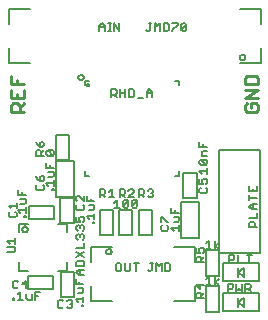
<source format=gto>
G75*
%MOIN*%
%OFA0B0*%
%FSLAX24Y24*%
%IPPOS*%
%LPD*%
%AMOC8*
5,1,8,0,0,1.08239X$1,22.5*
%
%ADD10C,0.0090*%
%ADD11C,0.0060*%
%ADD12C,0.0050*%
%ADD13C,0.0070*%
D10*
X000550Y006950D02*
X000550Y007155D01*
X000618Y007224D01*
X000755Y007224D01*
X000823Y007155D01*
X000823Y006950D01*
X000823Y007087D02*
X000960Y007224D01*
X000960Y007410D02*
X000960Y007684D01*
X000960Y007871D02*
X000550Y007871D01*
X000550Y008144D01*
X000755Y008008D02*
X000755Y007871D01*
X000550Y007684D02*
X000550Y007410D01*
X000960Y007410D01*
X000755Y007410D02*
X000755Y007547D01*
X000960Y006950D02*
X000550Y006950D01*
X008350Y007018D02*
X008418Y006950D01*
X008692Y006950D01*
X008760Y007018D01*
X008760Y007155D01*
X008692Y007224D01*
X008555Y007224D01*
X008555Y007087D01*
X008418Y007224D02*
X008350Y007155D01*
X008350Y007018D01*
X008350Y007410D02*
X008760Y007684D01*
X008350Y007684D01*
X008350Y007871D02*
X008350Y008076D01*
X008418Y008144D01*
X008692Y008144D01*
X008760Y008076D01*
X008760Y007871D01*
X008350Y007871D01*
X008350Y007410D02*
X008760Y007410D01*
D11*
X000653Y000685D02*
X000610Y000685D01*
X000610Y000728D01*
X000653Y000728D01*
X000653Y000685D01*
X000757Y000685D02*
X000931Y000685D01*
X000844Y000685D02*
X000844Y000945D01*
X000757Y000858D01*
X000740Y001060D02*
X000653Y001060D01*
X000610Y001103D01*
X000610Y001277D01*
X000653Y001320D01*
X000740Y001320D01*
X000783Y001277D01*
X000905Y001190D02*
X001078Y001190D01*
X001035Y001060D02*
X001035Y001320D01*
X000905Y001190D01*
X000783Y001103D02*
X000740Y001060D01*
X001052Y000858D02*
X001052Y000728D01*
X001095Y000685D01*
X001225Y000685D01*
X001225Y000858D01*
X001347Y000815D02*
X001433Y000815D01*
X001347Y000685D02*
X001347Y000945D01*
X001520Y000945D01*
X001111Y001643D02*
X000818Y001643D01*
X000818Y001936D01*
X000632Y002260D02*
X000675Y002303D01*
X000675Y002390D01*
X000632Y002433D01*
X000415Y002433D01*
X000502Y002555D02*
X000415Y002641D01*
X000675Y002641D01*
X000675Y002555D02*
X000675Y002728D01*
X000818Y002924D02*
X000818Y003217D01*
X001111Y003217D01*
X000905Y003030D02*
X000907Y003050D01*
X000913Y003068D01*
X000922Y003086D01*
X000934Y003101D01*
X000949Y003113D01*
X000967Y003122D01*
X000985Y003128D01*
X001005Y003130D01*
X001025Y003128D01*
X001043Y003122D01*
X001061Y003113D01*
X001076Y003101D01*
X001088Y003086D01*
X001097Y003068D01*
X001103Y003050D01*
X001105Y003030D01*
X001103Y003010D01*
X001097Y002992D01*
X001088Y002974D01*
X001076Y002959D01*
X001061Y002947D01*
X001043Y002938D01*
X001025Y002932D01*
X001005Y002930D01*
X000985Y002932D01*
X000967Y002938D01*
X000949Y002947D01*
X000934Y002959D01*
X000922Y002974D01*
X000913Y002992D01*
X000907Y003010D01*
X000905Y003030D01*
X000982Y003435D02*
X000982Y003478D01*
X001025Y003478D01*
X001025Y003435D01*
X000982Y003435D01*
X001025Y003582D02*
X001025Y003756D01*
X001025Y003669D02*
X000765Y003669D01*
X000852Y003582D01*
X000725Y003565D02*
X000725Y003478D01*
X000682Y003435D01*
X000508Y003435D01*
X000465Y003478D01*
X000465Y003565D01*
X000508Y003608D01*
X000552Y003730D02*
X000465Y003816D01*
X000725Y003816D01*
X000725Y003730D02*
X000725Y003903D01*
X000852Y003877D02*
X000982Y003877D01*
X001025Y003920D01*
X001025Y004050D01*
X000852Y004050D01*
X000895Y004172D02*
X000895Y004258D01*
X001025Y004172D02*
X000765Y004172D01*
X000765Y004345D01*
X001375Y004378D02*
X001418Y004335D01*
X001592Y004335D01*
X001635Y004378D01*
X001635Y004465D01*
X001592Y004508D01*
X001592Y004630D02*
X001505Y004630D01*
X001505Y004760D01*
X001548Y004803D01*
X001592Y004803D01*
X001635Y004760D01*
X001635Y004673D01*
X001592Y004630D01*
X001505Y004630D02*
X001418Y004716D01*
X001375Y004803D01*
X001418Y004508D02*
X001375Y004465D01*
X001375Y004378D01*
X001700Y004569D02*
X001960Y004569D01*
X001960Y004482D02*
X001960Y004656D01*
X001917Y004777D02*
X001960Y004820D01*
X001960Y004950D01*
X001787Y004950D01*
X001830Y005072D02*
X001830Y005158D01*
X001960Y005072D02*
X001700Y005072D01*
X001700Y005245D01*
X001758Y005485D02*
X001715Y005528D01*
X001715Y005615D01*
X001758Y005658D01*
X001932Y005485D01*
X001975Y005528D01*
X001975Y005615D01*
X001932Y005658D01*
X001758Y005658D01*
X001625Y005658D02*
X001538Y005572D01*
X001538Y005615D02*
X001538Y005485D01*
X001625Y005485D02*
X001365Y005485D01*
X001365Y005615D01*
X001408Y005658D01*
X001495Y005658D01*
X001538Y005615D01*
X001495Y005780D02*
X001495Y005910D01*
X001538Y005953D01*
X001582Y005953D01*
X001625Y005910D01*
X001625Y005823D01*
X001582Y005780D01*
X001495Y005780D01*
X001408Y005866D01*
X001365Y005953D01*
X001758Y005485D02*
X001932Y005485D01*
X001917Y004777D02*
X001787Y004777D01*
X001700Y004569D02*
X001787Y004482D01*
X001917Y004378D02*
X001960Y004378D01*
X001960Y004335D01*
X001917Y004335D01*
X001917Y004378D01*
X002710Y004095D02*
X002710Y004009D01*
X002753Y003965D01*
X002753Y003844D02*
X002710Y003801D01*
X002710Y003714D01*
X002753Y003671D01*
X002927Y003671D01*
X002970Y003714D01*
X002970Y003801D01*
X002927Y003844D01*
X002970Y003965D02*
X002797Y004139D01*
X002753Y004139D01*
X002710Y004095D01*
X002970Y004139D02*
X002970Y003965D01*
X003060Y003965D02*
X003060Y004139D01*
X003190Y004052D02*
X003190Y003965D01*
X003147Y003844D02*
X003320Y003844D01*
X003320Y003714D01*
X003277Y003671D01*
X003147Y003671D01*
X003320Y003550D02*
X003320Y003376D01*
X003320Y003463D02*
X003060Y003463D01*
X003147Y003376D01*
X003277Y003272D02*
X003320Y003272D01*
X003320Y003229D01*
X003277Y003229D01*
X003277Y003272D01*
X002975Y003321D02*
X002932Y003278D01*
X002975Y003321D02*
X002975Y003408D01*
X002932Y003451D01*
X002845Y003451D01*
X002802Y003408D01*
X002802Y003365D01*
X002845Y003278D01*
X002715Y003278D01*
X002715Y003451D01*
X002758Y003157D02*
X002715Y003113D01*
X002715Y003027D01*
X002758Y002983D01*
X002758Y002862D02*
X002715Y002819D01*
X002715Y002732D01*
X002758Y002689D01*
X002845Y002775D02*
X002845Y002819D01*
X002888Y002862D01*
X002932Y002862D01*
X002975Y002819D01*
X002975Y002732D01*
X002932Y002689D01*
X002975Y002567D02*
X002975Y002394D01*
X002715Y002394D01*
X002715Y002273D02*
X002975Y002099D01*
X002932Y001978D02*
X002758Y001978D01*
X002715Y001935D01*
X002715Y001805D01*
X002975Y001805D01*
X002975Y001935D01*
X002932Y001978D01*
X002715Y002099D02*
X002975Y002273D01*
X002845Y002819D02*
X002802Y002862D01*
X002758Y002862D01*
X002932Y002983D02*
X002975Y003027D01*
X002975Y003113D01*
X002932Y003157D01*
X002888Y003157D01*
X002845Y003113D01*
X002845Y003070D01*
X002845Y003113D02*
X002802Y003157D01*
X002758Y003157D01*
X002392Y003217D02*
X002392Y002924D01*
X002392Y003217D02*
X002099Y003217D01*
X003060Y003965D02*
X003320Y003965D01*
X003510Y004098D02*
X003510Y004358D01*
X003640Y004358D01*
X003683Y004314D01*
X003683Y004228D01*
X003640Y004184D01*
X003510Y004184D01*
X003597Y004184D02*
X003683Y004098D01*
X003805Y004098D02*
X003978Y004098D01*
X003891Y004098D02*
X003891Y004358D01*
X003805Y004271D01*
X004072Y004008D02*
X004072Y003748D01*
X004158Y003748D02*
X003985Y003748D01*
X003985Y003921D02*
X004072Y004008D01*
X004160Y004098D02*
X004160Y004358D01*
X004290Y004358D01*
X004333Y004314D01*
X004333Y004228D01*
X004290Y004184D01*
X004160Y004184D01*
X004247Y004184D02*
X004333Y004098D01*
X004323Y004008D02*
X004410Y004008D01*
X004453Y003964D01*
X004280Y003791D01*
X004323Y003748D01*
X004410Y003748D01*
X004453Y003791D01*
X004453Y003964D01*
X004323Y004008D02*
X004280Y003964D01*
X004280Y003791D01*
X004574Y003791D02*
X004618Y003748D01*
X004704Y003748D01*
X004748Y003791D01*
X004748Y003964D01*
X004574Y003791D01*
X004574Y003964D01*
X004618Y004008D01*
X004704Y004008D01*
X004748Y003964D01*
X004810Y004098D02*
X004810Y004358D01*
X004940Y004358D01*
X004983Y004314D01*
X004983Y004228D01*
X004940Y004184D01*
X004810Y004184D01*
X004897Y004184D02*
X004983Y004098D01*
X005105Y004141D02*
X005148Y004098D01*
X005235Y004098D01*
X005278Y004141D01*
X005278Y004184D01*
X005235Y004228D01*
X005191Y004228D01*
X005235Y004228D02*
X005278Y004271D01*
X005278Y004314D01*
X005235Y004358D01*
X005148Y004358D01*
X005105Y004314D01*
X004628Y004314D02*
X004628Y004271D01*
X004455Y004098D01*
X004628Y004098D01*
X004628Y004314D02*
X004585Y004358D01*
X004498Y004358D01*
X004455Y004314D01*
X005525Y003453D02*
X005525Y003280D01*
X005568Y003158D02*
X005525Y003115D01*
X005525Y003028D01*
X005568Y002985D01*
X005742Y002985D01*
X005785Y003028D01*
X005785Y003115D01*
X005742Y003158D01*
X005742Y003280D02*
X005785Y003280D01*
X005742Y003280D02*
X005568Y003453D01*
X005525Y003453D01*
X005875Y003574D02*
X005875Y003748D01*
X005875Y003574D02*
X006135Y003574D01*
X006135Y003453D02*
X005962Y003453D01*
X006005Y003574D02*
X006005Y003661D01*
X006135Y003453D02*
X006135Y003323D01*
X006092Y003280D01*
X005962Y003280D01*
X006135Y003158D02*
X006135Y002985D01*
X006135Y003072D02*
X005875Y003072D01*
X005962Y002985D01*
X006715Y002403D02*
X006715Y002230D01*
X006845Y002230D01*
X006802Y002316D01*
X006802Y002360D01*
X006845Y002403D01*
X006932Y002403D01*
X006975Y002360D01*
X006975Y002273D01*
X006932Y002230D01*
X006975Y002108D02*
X006888Y002022D01*
X006888Y002065D02*
X006888Y001935D01*
X006975Y001935D02*
X006715Y001935D01*
X006715Y002065D01*
X006758Y002108D01*
X006845Y002108D01*
X006888Y002065D01*
X007035Y002385D02*
X007208Y002385D01*
X007122Y002385D02*
X007122Y002645D01*
X007035Y002558D01*
X007330Y002472D02*
X007460Y002558D01*
X007330Y002472D02*
X007460Y002385D01*
X007330Y002385D02*
X007330Y002645D01*
X007486Y002223D02*
X008824Y002223D01*
X008824Y005687D01*
X007486Y005687D01*
X007486Y002223D01*
X007810Y002170D02*
X007810Y001910D01*
X007810Y001997D02*
X007940Y001997D01*
X007983Y002040D01*
X007983Y002127D01*
X007940Y002170D01*
X007810Y002170D01*
X008105Y002170D02*
X008105Y001910D01*
X008278Y001910D01*
X008486Y001910D02*
X008486Y002170D01*
X008399Y002170D02*
X008573Y002170D01*
X008479Y001220D02*
X008349Y001220D01*
X008349Y000960D01*
X008349Y001047D02*
X008479Y001047D01*
X008523Y001090D01*
X008523Y001177D01*
X008479Y001220D01*
X008436Y001047D02*
X008523Y000960D01*
X008228Y000960D02*
X008228Y001220D01*
X008055Y001220D02*
X008055Y000960D01*
X008141Y001047D01*
X008228Y000960D01*
X007933Y001090D02*
X007890Y001047D01*
X007760Y001047D01*
X007760Y000960D02*
X007760Y001220D01*
X007890Y001220D01*
X007933Y001177D01*
X007933Y001090D01*
X007460Y001185D02*
X007330Y001272D01*
X007460Y001358D01*
X007330Y001445D02*
X007330Y001185D01*
X007208Y001185D02*
X007035Y001185D01*
X006975Y001160D02*
X006715Y001160D01*
X006845Y001030D01*
X006845Y001203D01*
X007035Y001358D02*
X007122Y001445D01*
X007122Y001185D01*
X006975Y000908D02*
X006888Y000822D01*
X006888Y000865D02*
X006888Y000735D01*
X006975Y000735D02*
X006715Y000735D01*
X006715Y000865D01*
X006758Y000908D01*
X006845Y000908D01*
X006888Y000865D01*
X005855Y001678D02*
X005812Y001635D01*
X005682Y001635D01*
X005682Y001895D01*
X005812Y001895D01*
X005855Y001852D01*
X005855Y001678D01*
X005560Y001635D02*
X005560Y001895D01*
X005474Y001808D01*
X005387Y001895D01*
X005387Y001635D01*
X005222Y001678D02*
X005179Y001635D01*
X005136Y001635D01*
X005092Y001678D01*
X005222Y001678D02*
X005222Y001895D01*
X005179Y001895D02*
X005266Y001895D01*
X004805Y001895D02*
X004632Y001895D01*
X004718Y001895D02*
X004718Y001635D01*
X004510Y001678D02*
X004467Y001635D01*
X004380Y001635D01*
X004337Y001678D01*
X004337Y001895D01*
X004216Y001852D02*
X004172Y001895D01*
X004086Y001895D01*
X004042Y001852D01*
X004042Y001678D01*
X004086Y001635D01*
X004172Y001635D01*
X004216Y001678D01*
X004216Y001852D01*
X004510Y001895D02*
X004510Y001678D01*
X002975Y001683D02*
X002802Y001683D01*
X002715Y001597D01*
X002802Y001510D01*
X002975Y001510D01*
X002845Y001510D02*
X002845Y001683D01*
X002690Y001370D02*
X002690Y001197D01*
X002950Y001197D01*
X002950Y001075D02*
X002777Y001075D01*
X002820Y001197D02*
X002820Y001283D01*
X002950Y001075D02*
X002950Y000945D01*
X002907Y000902D01*
X002777Y000902D01*
X002950Y000781D02*
X002950Y000607D01*
X002950Y000694D02*
X002690Y000694D01*
X002777Y000607D01*
X002907Y000503D02*
X002950Y000503D01*
X002950Y000460D01*
X002907Y000460D01*
X002907Y000503D01*
X002578Y000497D02*
X002578Y000453D01*
X002535Y000410D01*
X002448Y000410D01*
X002405Y000453D01*
X002283Y000453D02*
X002240Y000410D01*
X002153Y000410D01*
X002110Y000453D01*
X002110Y000627D01*
X002153Y000670D01*
X002240Y000670D01*
X002283Y000627D01*
X002405Y000627D02*
X002448Y000670D01*
X002535Y000670D01*
X002578Y000627D01*
X002578Y000583D01*
X002535Y000540D01*
X002578Y000497D01*
X002535Y000540D02*
X002491Y000540D01*
X002392Y001643D02*
X002099Y001643D01*
X002392Y001643D02*
X002392Y001936D01*
X000725Y003565D02*
X000682Y003608D01*
X000632Y002260D02*
X000415Y002260D01*
X004769Y007392D02*
X004942Y007392D01*
X005064Y007435D02*
X005064Y007608D01*
X005150Y007695D01*
X005237Y007608D01*
X005237Y007435D01*
X005237Y007565D02*
X005064Y007565D01*
X004648Y007478D02*
X004648Y007652D01*
X004604Y007695D01*
X004474Y007695D01*
X004474Y007435D01*
X004604Y007435D01*
X004648Y007478D01*
X004353Y007435D02*
X004353Y007695D01*
X004353Y007565D02*
X004180Y007565D01*
X004058Y007565D02*
X004058Y007652D01*
X004015Y007695D01*
X003885Y007695D01*
X003885Y007435D01*
X003885Y007522D02*
X004015Y007522D01*
X004058Y007565D01*
X003972Y007522D02*
X004058Y007435D01*
X004180Y007435D02*
X004180Y007695D01*
X004150Y009635D02*
X004150Y009895D01*
X003976Y009895D02*
X003976Y009635D01*
X003866Y009635D02*
X003780Y009635D01*
X003823Y009635D02*
X003823Y009895D01*
X003780Y009895D02*
X003866Y009895D01*
X003976Y009895D02*
X004150Y009635D01*
X003658Y009635D02*
X003658Y009808D01*
X003572Y009895D01*
X003485Y009808D01*
X003485Y009635D01*
X003485Y009765D02*
X003658Y009765D01*
X005035Y009678D02*
X005078Y009635D01*
X005122Y009635D01*
X005165Y009678D01*
X005165Y009895D01*
X005122Y009895D02*
X005208Y009895D01*
X005330Y009895D02*
X005330Y009635D01*
X005503Y009635D02*
X005503Y009895D01*
X005416Y009808D01*
X005330Y009895D01*
X005624Y009895D02*
X005624Y009635D01*
X005754Y009635D01*
X005798Y009678D01*
X005798Y009852D01*
X005754Y009895D01*
X005624Y009895D01*
X005919Y009895D02*
X006092Y009895D01*
X006092Y009852D01*
X005919Y009678D01*
X005919Y009635D01*
X006214Y009678D02*
X006387Y009852D01*
X006387Y009678D01*
X006344Y009635D01*
X006257Y009635D01*
X006214Y009678D01*
X006214Y009852D01*
X006257Y009895D01*
X006344Y009895D01*
X006387Y009852D01*
X006815Y005942D02*
X006815Y005769D01*
X007075Y005769D01*
X007075Y005648D02*
X006945Y005648D01*
X006902Y005604D01*
X006902Y005474D01*
X007075Y005474D01*
X007032Y005353D02*
X007075Y005310D01*
X007075Y005223D01*
X007032Y005180D01*
X006858Y005353D01*
X007032Y005353D01*
X007032Y005180D02*
X006858Y005180D01*
X006815Y005223D01*
X006815Y005310D01*
X006858Y005353D01*
X007075Y005058D02*
X007075Y004885D01*
X007075Y004972D02*
X006815Y004972D01*
X006902Y004885D01*
X006945Y004703D02*
X006902Y004660D01*
X006902Y004616D01*
X006945Y004530D01*
X006815Y004530D01*
X006815Y004703D01*
X006945Y004703D02*
X007032Y004703D01*
X007075Y004660D01*
X007075Y004573D01*
X007032Y004530D01*
X007032Y004408D02*
X007075Y004365D01*
X007075Y004278D01*
X007032Y004235D01*
X006858Y004235D01*
X006815Y004278D01*
X006815Y004365D01*
X006858Y004408D01*
X006945Y005769D02*
X006945Y005856D01*
X008485Y004464D02*
X008485Y004290D01*
X008745Y004290D01*
X008745Y004464D01*
X008615Y004377D02*
X008615Y004290D01*
X008485Y004169D02*
X008485Y003996D01*
X008485Y004082D02*
X008745Y004082D01*
X008745Y003875D02*
X008572Y003875D01*
X008485Y003788D01*
X008572Y003701D01*
X008745Y003701D01*
X008745Y003580D02*
X008745Y003406D01*
X008485Y003406D01*
X008528Y003285D02*
X008615Y003285D01*
X008658Y003242D01*
X008658Y003112D01*
X008745Y003112D02*
X008485Y003112D01*
X008485Y003242D01*
X008528Y003285D01*
X008615Y003701D02*
X008615Y003875D01*
D12*
X007475Y002325D02*
X007475Y001485D01*
X007035Y001485D01*
X007035Y002325D01*
X007475Y002325D01*
X007605Y001905D02*
X008805Y001905D01*
X008805Y001305D01*
X007605Y001305D01*
X007605Y001905D01*
X008105Y001755D02*
X008105Y001455D01*
X008105Y001605D02*
X008305Y001455D01*
X008305Y001755D01*
X008105Y001605D01*
X007605Y000905D02*
X008805Y000905D01*
X008805Y000305D01*
X007605Y000305D01*
X007605Y000905D01*
X007475Y001125D02*
X007035Y001125D01*
X007035Y000285D01*
X007475Y000285D01*
X007475Y001125D01*
X008105Y000755D02*
X008105Y000455D01*
X008105Y000605D02*
X008305Y000455D01*
X008305Y000755D01*
X008105Y000605D01*
X006805Y002730D02*
X006205Y002730D01*
X006205Y003930D01*
X006805Y003930D01*
X006805Y002730D01*
X006725Y004060D02*
X006285Y004060D01*
X006285Y004900D01*
X006725Y004900D01*
X006725Y004060D01*
X006140Y004820D02*
X006002Y004820D01*
X006140Y004820D02*
X006140Y004958D01*
X005238Y003675D02*
X005238Y002835D01*
X004798Y002835D01*
X004798Y003675D01*
X005238Y003675D01*
X004588Y003675D02*
X004588Y002835D01*
X004148Y002835D01*
X004148Y003675D01*
X004588Y003675D01*
X003938Y003675D02*
X003938Y002835D01*
X003498Y002835D01*
X003498Y003675D01*
X003938Y003675D01*
X003128Y004820D02*
X002990Y004820D01*
X002990Y004958D01*
X002630Y005305D02*
X002630Y004105D01*
X002030Y004105D01*
X002030Y005305D01*
X002630Y005305D01*
X002475Y005335D02*
X002035Y005335D01*
X002035Y006175D01*
X002475Y006175D01*
X002475Y005335D01*
X002625Y004075D02*
X002185Y004075D01*
X002185Y003235D01*
X002625Y003235D01*
X002625Y004075D01*
X001975Y003800D02*
X001975Y003360D01*
X001135Y003360D01*
X001135Y003800D01*
X001975Y003800D01*
X002210Y001600D02*
X002650Y001600D01*
X002650Y000760D01*
X002210Y000760D01*
X002210Y001600D01*
X001950Y001475D02*
X001950Y001035D01*
X001110Y001035D01*
X001110Y001475D01*
X001950Y001475D01*
X003713Y002285D02*
X003715Y002304D01*
X003721Y002321D01*
X003730Y002337D01*
X003742Y002351D01*
X003757Y002362D01*
X003774Y002370D01*
X003793Y002374D01*
X003811Y002374D01*
X003830Y002370D01*
X003846Y002362D01*
X003862Y002351D01*
X003874Y002337D01*
X003883Y002321D01*
X003889Y002304D01*
X003891Y002285D01*
X003889Y002266D01*
X003883Y002249D01*
X003874Y002233D01*
X003862Y002219D01*
X003847Y002208D01*
X003830Y002200D01*
X003811Y002196D01*
X003793Y002196D01*
X003774Y002200D01*
X003758Y002208D01*
X003742Y002219D01*
X003730Y002233D01*
X003721Y002249D01*
X003715Y002266D01*
X003713Y002285D01*
X002990Y007832D02*
X002990Y007970D01*
X003128Y007970D01*
X003070Y007851D02*
X003072Y007863D01*
X003077Y007874D01*
X003086Y007883D01*
X003097Y007888D01*
X003109Y007890D01*
X003121Y007888D01*
X003132Y007883D01*
X003141Y007874D01*
X003146Y007863D01*
X003148Y007851D01*
X003146Y007839D01*
X003141Y007828D01*
X003132Y007819D01*
X003121Y007814D01*
X003109Y007812D01*
X003097Y007814D01*
X003086Y007819D01*
X003077Y007828D01*
X003072Y007839D01*
X003070Y007851D01*
X002784Y008088D02*
X002786Y008106D01*
X002792Y008124D01*
X002801Y008140D01*
X002813Y008153D01*
X002828Y008164D01*
X002845Y008172D01*
X002863Y008176D01*
X002881Y008176D01*
X002899Y008172D01*
X002916Y008164D01*
X002931Y008153D01*
X002943Y008140D01*
X002952Y008124D01*
X002958Y008106D01*
X002960Y008088D01*
X002958Y008070D01*
X002952Y008052D01*
X002943Y008036D01*
X002931Y008023D01*
X002916Y008012D01*
X002899Y008004D01*
X002881Y008000D01*
X002863Y008000D01*
X002845Y008004D01*
X002828Y008012D01*
X002813Y008023D01*
X002801Y008036D01*
X002792Y008052D01*
X002786Y008070D01*
X002784Y008088D01*
X006002Y007970D02*
X006140Y007970D01*
X006140Y007832D01*
X008165Y008758D02*
X008167Y008777D01*
X008173Y008794D01*
X008182Y008810D01*
X008194Y008824D01*
X008209Y008835D01*
X008226Y008843D01*
X008245Y008847D01*
X008263Y008847D01*
X008282Y008843D01*
X008298Y008835D01*
X008314Y008824D01*
X008326Y008810D01*
X008335Y008794D01*
X008341Y008777D01*
X008343Y008758D01*
X008341Y008739D01*
X008335Y008722D01*
X008326Y008706D01*
X008314Y008692D01*
X008299Y008681D01*
X008282Y008673D01*
X008263Y008669D01*
X008245Y008669D01*
X008226Y008673D01*
X008210Y008681D01*
X008194Y008692D01*
X008182Y008706D01*
X008173Y008722D01*
X008167Y008739D01*
X008165Y008758D01*
D13*
X008164Y008588D02*
X008864Y008588D01*
X008864Y009088D01*
X008864Y009888D02*
X008864Y010388D01*
X008164Y010388D01*
X006667Y002455D02*
X005967Y002455D01*
X006667Y002455D02*
X006667Y001955D01*
X006667Y001155D02*
X006667Y000655D01*
X005967Y000655D01*
X003892Y000655D02*
X003192Y000655D01*
X003192Y001155D01*
X003192Y001955D02*
X003192Y002455D01*
X003892Y002455D01*
X001164Y008588D02*
X000464Y008588D01*
X000464Y009088D01*
X000464Y009888D02*
X000464Y010388D01*
X001164Y010388D01*
M02*

</source>
